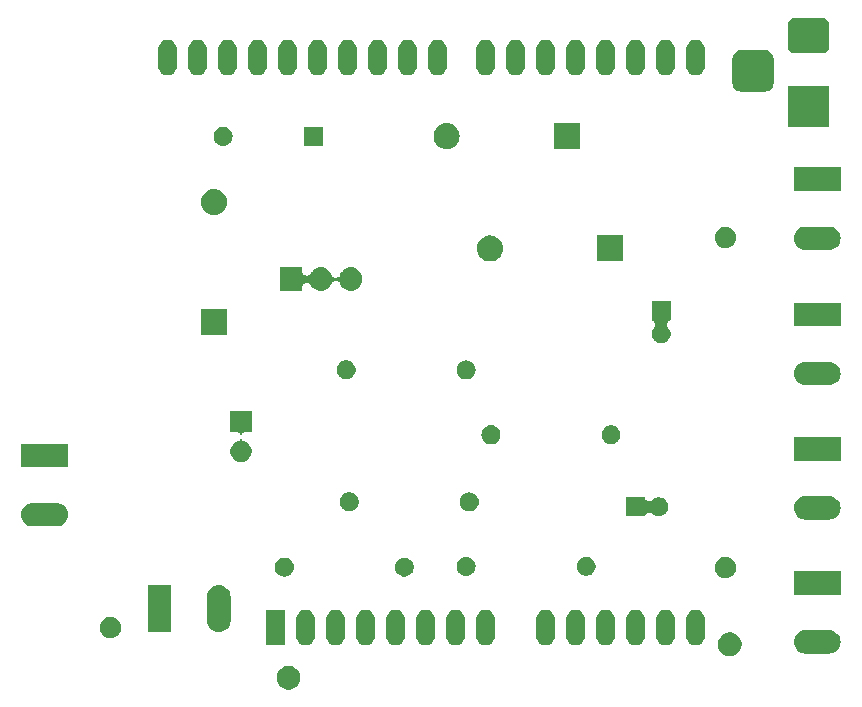
<source format=gbr>
G04 #@! TF.GenerationSoftware,KiCad,Pcbnew,5.0.2-bee76a0~70~ubuntu16.04.1*
G04 #@! TF.CreationDate,2019-09-09T00:06:54-05:00*
G04 #@! TF.ProjectId,sensor_machine,73656e73-6f72-45f6-9d61-6368696e652e,V1*
G04 #@! TF.SameCoordinates,Original*
G04 #@! TF.FileFunction,Soldermask,Top*
G04 #@! TF.FilePolarity,Negative*
%FSLAX46Y46*%
G04 Gerber Fmt 4.6, Leading zero omitted, Abs format (unit mm)*
G04 Created by KiCad (PCBNEW 5.0.2-bee76a0~70~ubuntu16.04.1) date lun 09 sep 2019 00:06:54 -05*
%MOMM*%
%LPD*%
G01*
G04 APERTURE LIST*
%ADD10C,0.100000*%
G04 APERTURE END LIST*
D10*
G36*
X140512237Y-122787718D02*
X140694137Y-122863064D01*
X140857837Y-122972445D01*
X140997055Y-123111663D01*
X141106436Y-123275363D01*
X141181782Y-123457263D01*
X141220190Y-123650356D01*
X141220190Y-123847244D01*
X141181782Y-124040337D01*
X141106436Y-124222237D01*
X140997055Y-124385937D01*
X140857837Y-124525155D01*
X140694137Y-124634536D01*
X140512237Y-124709882D01*
X140319144Y-124748290D01*
X140122256Y-124748290D01*
X139929163Y-124709882D01*
X139747263Y-124634536D01*
X139583563Y-124525155D01*
X139444345Y-124385937D01*
X139334964Y-124222237D01*
X139259618Y-124040337D01*
X139221210Y-123847244D01*
X139221210Y-123650356D01*
X139259618Y-123457263D01*
X139334964Y-123275363D01*
X139444345Y-123111663D01*
X139583563Y-122972445D01*
X139747263Y-122863064D01*
X139929163Y-122787718D01*
X140122256Y-122749310D01*
X140319144Y-122749310D01*
X140512237Y-122787718D01*
X140512237Y-122787718D01*
G37*
G36*
X177875637Y-119942918D02*
X178057537Y-120018264D01*
X178221237Y-120127645D01*
X178360455Y-120266863D01*
X178469836Y-120430563D01*
X178545182Y-120612463D01*
X178583590Y-120805556D01*
X178583590Y-121002444D01*
X178545182Y-121195537D01*
X178469836Y-121377437D01*
X178360455Y-121541137D01*
X178221237Y-121680355D01*
X178057537Y-121789736D01*
X177875637Y-121865082D01*
X177682544Y-121903490D01*
X177485656Y-121903490D01*
X177292563Y-121865082D01*
X177110663Y-121789736D01*
X176946963Y-121680355D01*
X176807745Y-121541137D01*
X176698364Y-121377437D01*
X176623018Y-121195537D01*
X176584610Y-121002444D01*
X176584610Y-120805556D01*
X176623018Y-120612463D01*
X176698364Y-120430563D01*
X176807745Y-120266863D01*
X176946963Y-120127645D01*
X177110663Y-120018264D01*
X177292563Y-119942918D01*
X177485656Y-119904510D01*
X177682544Y-119904510D01*
X177875637Y-119942918D01*
X177875637Y-119942918D01*
G37*
G36*
X186172274Y-119734025D02*
X186358890Y-119790634D01*
X186530876Y-119882562D01*
X186681623Y-120006277D01*
X186805338Y-120157024D01*
X186897266Y-120329010D01*
X186897267Y-120329013D01*
X186903975Y-120351126D01*
X186953875Y-120515626D01*
X186972990Y-120709700D01*
X186953875Y-120903774D01*
X186897266Y-121090390D01*
X186805338Y-121262376D01*
X186681623Y-121413123D01*
X186530876Y-121536838D01*
X186358890Y-121628766D01*
X186172274Y-121685375D01*
X186026833Y-121699700D01*
X183949567Y-121699700D01*
X183804126Y-121685375D01*
X183617510Y-121628766D01*
X183445524Y-121536838D01*
X183294777Y-121413123D01*
X183171062Y-121262376D01*
X183079134Y-121090390D01*
X183022525Y-120903774D01*
X183003410Y-120709700D01*
X183022525Y-120515626D01*
X183072425Y-120351126D01*
X183079133Y-120329013D01*
X183079134Y-120329010D01*
X183171062Y-120157024D01*
X183294777Y-120006277D01*
X183445524Y-119882562D01*
X183617510Y-119790634D01*
X183804126Y-119734025D01*
X183949567Y-119719700D01*
X186026833Y-119719700D01*
X186172274Y-119734025D01*
X186172274Y-119734025D01*
G37*
G36*
X151972626Y-118005875D02*
X152123428Y-118051621D01*
X152262406Y-118125906D01*
X152384222Y-118225878D01*
X152484194Y-118347694D01*
X152558479Y-118486672D01*
X152604225Y-118637474D01*
X152615800Y-118755002D01*
X152615800Y-120233598D01*
X152604225Y-120351126D01*
X152558479Y-120501928D01*
X152484194Y-120640906D01*
X152384221Y-120762724D01*
X152262408Y-120862692D01*
X152123427Y-120936979D01*
X151972625Y-120982725D01*
X151815799Y-120998171D01*
X151658974Y-120982725D01*
X151508172Y-120936979D01*
X151369194Y-120862694D01*
X151247376Y-120762721D01*
X151147408Y-120640908D01*
X151073121Y-120501927D01*
X151027375Y-120351125D01*
X151015800Y-120233597D01*
X151015800Y-118755002D01*
X151027375Y-118637474D01*
X151073121Y-118486671D01*
X151147405Y-118347696D01*
X151247379Y-118225878D01*
X151369195Y-118125906D01*
X151508173Y-118051621D01*
X151658975Y-118005875D01*
X151815801Y-117990429D01*
X151972626Y-118005875D01*
X151972626Y-118005875D01*
G37*
G36*
X154512626Y-118005875D02*
X154663428Y-118051621D01*
X154802406Y-118125906D01*
X154924222Y-118225878D01*
X155024194Y-118347694D01*
X155098479Y-118486672D01*
X155144225Y-118637474D01*
X155155800Y-118755002D01*
X155155800Y-120233598D01*
X155144225Y-120351126D01*
X155098479Y-120501928D01*
X155024194Y-120640906D01*
X154924221Y-120762724D01*
X154802408Y-120862692D01*
X154663427Y-120936979D01*
X154512625Y-120982725D01*
X154355799Y-120998171D01*
X154198974Y-120982725D01*
X154048172Y-120936979D01*
X153909194Y-120862694D01*
X153787376Y-120762721D01*
X153687408Y-120640908D01*
X153613121Y-120501927D01*
X153567375Y-120351125D01*
X153555800Y-120233597D01*
X153555800Y-118755002D01*
X153567375Y-118637474D01*
X153613121Y-118486671D01*
X153687405Y-118347696D01*
X153787379Y-118225878D01*
X153909195Y-118125906D01*
X154048173Y-118051621D01*
X154198975Y-118005875D01*
X154355801Y-117990429D01*
X154512626Y-118005875D01*
X154512626Y-118005875D01*
G37*
G36*
X157052626Y-118005875D02*
X157203428Y-118051621D01*
X157342406Y-118125906D01*
X157464222Y-118225878D01*
X157564194Y-118347694D01*
X157638479Y-118486672D01*
X157684225Y-118637474D01*
X157695800Y-118755002D01*
X157695800Y-120233598D01*
X157684225Y-120351126D01*
X157638479Y-120501928D01*
X157564194Y-120640906D01*
X157464221Y-120762724D01*
X157342408Y-120862692D01*
X157203427Y-120936979D01*
X157052625Y-120982725D01*
X156895799Y-120998171D01*
X156738974Y-120982725D01*
X156588172Y-120936979D01*
X156449194Y-120862694D01*
X156327376Y-120762721D01*
X156227408Y-120640908D01*
X156153121Y-120501927D01*
X156107375Y-120351125D01*
X156095800Y-120233597D01*
X156095800Y-118755002D01*
X156107375Y-118637474D01*
X156153121Y-118486671D01*
X156227405Y-118347696D01*
X156327379Y-118225878D01*
X156449195Y-118125906D01*
X156588173Y-118051621D01*
X156738975Y-118005875D01*
X156895801Y-117990429D01*
X157052626Y-118005875D01*
X157052626Y-118005875D01*
G37*
G36*
X164672626Y-118005875D02*
X164823428Y-118051621D01*
X164962406Y-118125906D01*
X165084222Y-118225878D01*
X165184194Y-118347694D01*
X165258479Y-118486672D01*
X165304225Y-118637474D01*
X165315800Y-118755002D01*
X165315800Y-120233598D01*
X165304225Y-120351126D01*
X165258479Y-120501928D01*
X165184194Y-120640906D01*
X165084221Y-120762724D01*
X164962408Y-120862692D01*
X164823427Y-120936979D01*
X164672625Y-120982725D01*
X164515799Y-120998171D01*
X164358974Y-120982725D01*
X164208172Y-120936979D01*
X164069194Y-120862694D01*
X163947376Y-120762721D01*
X163847408Y-120640908D01*
X163773121Y-120501927D01*
X163727375Y-120351125D01*
X163715800Y-120233597D01*
X163715800Y-118755002D01*
X163727375Y-118637474D01*
X163773121Y-118486671D01*
X163847405Y-118347696D01*
X163947379Y-118225878D01*
X164069195Y-118125906D01*
X164208173Y-118051621D01*
X164358975Y-118005875D01*
X164515801Y-117990429D01*
X164672626Y-118005875D01*
X164672626Y-118005875D01*
G37*
G36*
X149432626Y-118005875D02*
X149583428Y-118051621D01*
X149722406Y-118125906D01*
X149844222Y-118225878D01*
X149944194Y-118347694D01*
X150018479Y-118486672D01*
X150064225Y-118637474D01*
X150075800Y-118755002D01*
X150075800Y-120233598D01*
X150064225Y-120351126D01*
X150018479Y-120501928D01*
X149944194Y-120640906D01*
X149844221Y-120762724D01*
X149722408Y-120862692D01*
X149583427Y-120936979D01*
X149432625Y-120982725D01*
X149275799Y-120998171D01*
X149118974Y-120982725D01*
X148968172Y-120936979D01*
X148829194Y-120862694D01*
X148707376Y-120762721D01*
X148607408Y-120640908D01*
X148533121Y-120501927D01*
X148487375Y-120351125D01*
X148475800Y-120233597D01*
X148475800Y-118755002D01*
X148487375Y-118637474D01*
X148533121Y-118486671D01*
X148607405Y-118347696D01*
X148707379Y-118225878D01*
X148829195Y-118125906D01*
X148968173Y-118051621D01*
X149118975Y-118005875D01*
X149275801Y-117990429D01*
X149432626Y-118005875D01*
X149432626Y-118005875D01*
G37*
G36*
X144352626Y-118005875D02*
X144503428Y-118051621D01*
X144642406Y-118125906D01*
X144764222Y-118225878D01*
X144864194Y-118347694D01*
X144938479Y-118486672D01*
X144984225Y-118637474D01*
X144995800Y-118755002D01*
X144995800Y-120233598D01*
X144984225Y-120351126D01*
X144938479Y-120501928D01*
X144864194Y-120640906D01*
X144764221Y-120762724D01*
X144642408Y-120862692D01*
X144503427Y-120936979D01*
X144352625Y-120982725D01*
X144195799Y-120998171D01*
X144038974Y-120982725D01*
X143888172Y-120936979D01*
X143749194Y-120862694D01*
X143627376Y-120762721D01*
X143527408Y-120640908D01*
X143453121Y-120501927D01*
X143407375Y-120351125D01*
X143395800Y-120233597D01*
X143395800Y-118755002D01*
X143407375Y-118637474D01*
X143453121Y-118486671D01*
X143527405Y-118347696D01*
X143627379Y-118225878D01*
X143749195Y-118125906D01*
X143888173Y-118051621D01*
X144038975Y-118005875D01*
X144195801Y-117990429D01*
X144352626Y-118005875D01*
X144352626Y-118005875D01*
G37*
G36*
X162132626Y-118005875D02*
X162283428Y-118051621D01*
X162422406Y-118125906D01*
X162544222Y-118225878D01*
X162644194Y-118347694D01*
X162718479Y-118486672D01*
X162764225Y-118637474D01*
X162775800Y-118755002D01*
X162775800Y-120233598D01*
X162764225Y-120351126D01*
X162718479Y-120501928D01*
X162644194Y-120640906D01*
X162544221Y-120762724D01*
X162422408Y-120862692D01*
X162283427Y-120936979D01*
X162132625Y-120982725D01*
X161975799Y-120998171D01*
X161818974Y-120982725D01*
X161668172Y-120936979D01*
X161529194Y-120862694D01*
X161407376Y-120762721D01*
X161307408Y-120640908D01*
X161233121Y-120501927D01*
X161187375Y-120351125D01*
X161175800Y-120233597D01*
X161175800Y-118755002D01*
X161187375Y-118637474D01*
X161233121Y-118486671D01*
X161307405Y-118347696D01*
X161407379Y-118225878D01*
X161529195Y-118125906D01*
X161668173Y-118051621D01*
X161818975Y-118005875D01*
X161975801Y-117990429D01*
X162132626Y-118005875D01*
X162132626Y-118005875D01*
G37*
G36*
X167212626Y-118005875D02*
X167363428Y-118051621D01*
X167502406Y-118125906D01*
X167624222Y-118225878D01*
X167724194Y-118347694D01*
X167798479Y-118486672D01*
X167844225Y-118637474D01*
X167855800Y-118755002D01*
X167855800Y-120233598D01*
X167844225Y-120351126D01*
X167798479Y-120501928D01*
X167724194Y-120640906D01*
X167624221Y-120762724D01*
X167502408Y-120862692D01*
X167363427Y-120936979D01*
X167212625Y-120982725D01*
X167055799Y-120998171D01*
X166898974Y-120982725D01*
X166748172Y-120936979D01*
X166609194Y-120862694D01*
X166487376Y-120762721D01*
X166387408Y-120640908D01*
X166313121Y-120501927D01*
X166267375Y-120351125D01*
X166255800Y-120233597D01*
X166255800Y-118755002D01*
X166267375Y-118637474D01*
X166313121Y-118486671D01*
X166387405Y-118347696D01*
X166487379Y-118225878D01*
X166609195Y-118125906D01*
X166748173Y-118051621D01*
X166898975Y-118005875D01*
X167055801Y-117990429D01*
X167212626Y-118005875D01*
X167212626Y-118005875D01*
G37*
G36*
X169752626Y-118005875D02*
X169903428Y-118051621D01*
X170042406Y-118125906D01*
X170164222Y-118225878D01*
X170264194Y-118347694D01*
X170338479Y-118486672D01*
X170384225Y-118637474D01*
X170395800Y-118755002D01*
X170395800Y-120233598D01*
X170384225Y-120351126D01*
X170338479Y-120501928D01*
X170264194Y-120640906D01*
X170164221Y-120762724D01*
X170042408Y-120862692D01*
X169903427Y-120936979D01*
X169752625Y-120982725D01*
X169595799Y-120998171D01*
X169438974Y-120982725D01*
X169288172Y-120936979D01*
X169149194Y-120862694D01*
X169027376Y-120762721D01*
X168927408Y-120640908D01*
X168853121Y-120501927D01*
X168807375Y-120351125D01*
X168795800Y-120233597D01*
X168795800Y-118755002D01*
X168807375Y-118637474D01*
X168853121Y-118486671D01*
X168927405Y-118347696D01*
X169027379Y-118225878D01*
X169149195Y-118125906D01*
X169288173Y-118051621D01*
X169438975Y-118005875D01*
X169595801Y-117990429D01*
X169752626Y-118005875D01*
X169752626Y-118005875D01*
G37*
G36*
X172292626Y-118005875D02*
X172443428Y-118051621D01*
X172582406Y-118125906D01*
X172704222Y-118225878D01*
X172804194Y-118347694D01*
X172878479Y-118486672D01*
X172924225Y-118637474D01*
X172935800Y-118755002D01*
X172935800Y-120233598D01*
X172924225Y-120351126D01*
X172878479Y-120501928D01*
X172804194Y-120640906D01*
X172704221Y-120762724D01*
X172582408Y-120862692D01*
X172443427Y-120936979D01*
X172292625Y-120982725D01*
X172135799Y-120998171D01*
X171978974Y-120982725D01*
X171828172Y-120936979D01*
X171689194Y-120862694D01*
X171567376Y-120762721D01*
X171467408Y-120640908D01*
X171393121Y-120501927D01*
X171347375Y-120351125D01*
X171335800Y-120233597D01*
X171335800Y-118755002D01*
X171347375Y-118637474D01*
X171393121Y-118486671D01*
X171467405Y-118347696D01*
X171567379Y-118225878D01*
X171689195Y-118125906D01*
X171828173Y-118051621D01*
X171978975Y-118005875D01*
X172135801Y-117990429D01*
X172292626Y-118005875D01*
X172292626Y-118005875D01*
G37*
G36*
X174832626Y-118005875D02*
X174983428Y-118051621D01*
X175122406Y-118125906D01*
X175244222Y-118225878D01*
X175344194Y-118347694D01*
X175418479Y-118486672D01*
X175464225Y-118637474D01*
X175475800Y-118755002D01*
X175475800Y-120233598D01*
X175464225Y-120351126D01*
X175418479Y-120501928D01*
X175344194Y-120640906D01*
X175244221Y-120762724D01*
X175122408Y-120862692D01*
X174983427Y-120936979D01*
X174832625Y-120982725D01*
X174675799Y-120998171D01*
X174518974Y-120982725D01*
X174368172Y-120936979D01*
X174229194Y-120862694D01*
X174107376Y-120762721D01*
X174007408Y-120640908D01*
X173933121Y-120501927D01*
X173887375Y-120351125D01*
X173875800Y-120233597D01*
X173875800Y-118755002D01*
X173887375Y-118637474D01*
X173933121Y-118486671D01*
X174007405Y-118347696D01*
X174107379Y-118225878D01*
X174229195Y-118125906D01*
X174368173Y-118051621D01*
X174518975Y-118005875D01*
X174675801Y-117990429D01*
X174832626Y-118005875D01*
X174832626Y-118005875D01*
G37*
G36*
X141812626Y-118005875D02*
X141963428Y-118051621D01*
X142102406Y-118125906D01*
X142224222Y-118225878D01*
X142324194Y-118347694D01*
X142398479Y-118486672D01*
X142444225Y-118637474D01*
X142455800Y-118755002D01*
X142455800Y-120233598D01*
X142444225Y-120351126D01*
X142398479Y-120501928D01*
X142324194Y-120640906D01*
X142224221Y-120762724D01*
X142102408Y-120862692D01*
X141963427Y-120936979D01*
X141812625Y-120982725D01*
X141655799Y-120998171D01*
X141498974Y-120982725D01*
X141348172Y-120936979D01*
X141209194Y-120862694D01*
X141087376Y-120762721D01*
X140987408Y-120640908D01*
X140913121Y-120501927D01*
X140867375Y-120351125D01*
X140855800Y-120233597D01*
X140855800Y-118755002D01*
X140867375Y-118637474D01*
X140913121Y-118486671D01*
X140987405Y-118347696D01*
X141087379Y-118225878D01*
X141209195Y-118125906D01*
X141348173Y-118051621D01*
X141498975Y-118005875D01*
X141655801Y-117990429D01*
X141812626Y-118005875D01*
X141812626Y-118005875D01*
G37*
G36*
X146892626Y-118005875D02*
X147043428Y-118051621D01*
X147182406Y-118125906D01*
X147304222Y-118225878D01*
X147404194Y-118347694D01*
X147478479Y-118486672D01*
X147524225Y-118637474D01*
X147535800Y-118755002D01*
X147535800Y-120233598D01*
X147524225Y-120351126D01*
X147478479Y-120501928D01*
X147404194Y-120640906D01*
X147304221Y-120762724D01*
X147182408Y-120862692D01*
X147043427Y-120936979D01*
X146892625Y-120982725D01*
X146735799Y-120998171D01*
X146578974Y-120982725D01*
X146428172Y-120936979D01*
X146289194Y-120862694D01*
X146167376Y-120762721D01*
X146067408Y-120640908D01*
X145993121Y-120501927D01*
X145947375Y-120351125D01*
X145935800Y-120233597D01*
X145935800Y-118755002D01*
X145947375Y-118637474D01*
X145993121Y-118486671D01*
X146067405Y-118347696D01*
X146167379Y-118225878D01*
X146289195Y-118125906D01*
X146428173Y-118051621D01*
X146578975Y-118005875D01*
X146735801Y-117990429D01*
X146892626Y-118005875D01*
X146892626Y-118005875D01*
G37*
G36*
X139915800Y-120994300D02*
X138315800Y-120994300D01*
X138315800Y-117994300D01*
X139915800Y-117994300D01*
X139915800Y-120994300D01*
X139915800Y-120994300D01*
G37*
G36*
X125405400Y-118638502D02*
X125405402Y-118638503D01*
X125405403Y-118638503D01*
X125567373Y-118705593D01*
X125567374Y-118705594D01*
X125567377Y-118705595D01*
X125713139Y-118802989D01*
X125837111Y-118926961D01*
X125934505Y-119072723D01*
X126001598Y-119234700D01*
X126007583Y-119264790D01*
X126035800Y-119406643D01*
X126035800Y-119581957D01*
X126001597Y-119753903D01*
X125939214Y-119904510D01*
X125934505Y-119915877D01*
X125837111Y-120061639D01*
X125713139Y-120185611D01*
X125567377Y-120283005D01*
X125567374Y-120283006D01*
X125567373Y-120283007D01*
X125405403Y-120350097D01*
X125405402Y-120350097D01*
X125405400Y-120350098D01*
X125233458Y-120384300D01*
X125058142Y-120384300D01*
X124886200Y-120350098D01*
X124886198Y-120350097D01*
X124886197Y-120350097D01*
X124724227Y-120283007D01*
X124724226Y-120283006D01*
X124724223Y-120283005D01*
X124578461Y-120185611D01*
X124454489Y-120061639D01*
X124357095Y-119915877D01*
X124352387Y-119904510D01*
X124290003Y-119753903D01*
X124255800Y-119581957D01*
X124255800Y-119406643D01*
X124284017Y-119264790D01*
X124290002Y-119234700D01*
X124357095Y-119072723D01*
X124454489Y-118926961D01*
X124578461Y-118802989D01*
X124724223Y-118705595D01*
X124724226Y-118705594D01*
X124724227Y-118705593D01*
X124886197Y-118638503D01*
X124886198Y-118638503D01*
X124886200Y-118638502D01*
X125058142Y-118604300D01*
X125233458Y-118604300D01*
X125405400Y-118638502D01*
X125405400Y-118638502D01*
G37*
G36*
X134518173Y-115928425D02*
X134704789Y-115985034D01*
X134876776Y-116076962D01*
X135027523Y-116200677D01*
X135151238Y-116351424D01*
X135243166Y-116523410D01*
X135299775Y-116710026D01*
X135314100Y-116855467D01*
X135314100Y-118932733D01*
X135299775Y-119078174D01*
X135243166Y-119264790D01*
X135151238Y-119436776D01*
X135027523Y-119587523D01*
X134876776Y-119711238D01*
X134704790Y-119803166D01*
X134518174Y-119859775D01*
X134324100Y-119878890D01*
X134130027Y-119859775D01*
X133943411Y-119803166D01*
X133771425Y-119711238D01*
X133620678Y-119587523D01*
X133496963Y-119436776D01*
X133405035Y-119264790D01*
X133348426Y-119078174D01*
X133334101Y-118932733D01*
X133334100Y-116855468D01*
X133348425Y-116710027D01*
X133405034Y-116523411D01*
X133496962Y-116351424D01*
X133620677Y-116200677D01*
X133771424Y-116076962D01*
X133943410Y-115985034D01*
X134130026Y-115928425D01*
X134324100Y-115909310D01*
X134518173Y-115928425D01*
X134518173Y-115928425D01*
G37*
G36*
X130314100Y-119874100D02*
X128334100Y-119874100D01*
X128334100Y-115914100D01*
X130314100Y-115914100D01*
X130314100Y-119874100D01*
X130314100Y-119874100D01*
G37*
G36*
X186968200Y-116699700D02*
X183008200Y-116699700D01*
X183008200Y-114719700D01*
X186968200Y-114719700D01*
X186968200Y-116699700D01*
X186968200Y-116699700D01*
G37*
G36*
X177475400Y-113558502D02*
X177475402Y-113558503D01*
X177475403Y-113558503D01*
X177637373Y-113625593D01*
X177637374Y-113625594D01*
X177637377Y-113625595D01*
X177783139Y-113722989D01*
X177907111Y-113846961D01*
X178004505Y-113992723D01*
X178004506Y-113992726D01*
X178004507Y-113992727D01*
X178009620Y-114005072D01*
X178071598Y-114154700D01*
X178105800Y-114326642D01*
X178105800Y-114501957D01*
X178071597Y-114673903D01*
X178009920Y-114822806D01*
X178004505Y-114835877D01*
X177907111Y-114981639D01*
X177783139Y-115105611D01*
X177637377Y-115203005D01*
X177637374Y-115203006D01*
X177637373Y-115203007D01*
X177475403Y-115270097D01*
X177475402Y-115270097D01*
X177475400Y-115270098D01*
X177303458Y-115304300D01*
X177128142Y-115304300D01*
X176956200Y-115270098D01*
X176956198Y-115270097D01*
X176956197Y-115270097D01*
X176794227Y-115203007D01*
X176794226Y-115203006D01*
X176794223Y-115203005D01*
X176648461Y-115105611D01*
X176524489Y-114981639D01*
X176427095Y-114835877D01*
X176421681Y-114822806D01*
X176360003Y-114673903D01*
X176325800Y-114501957D01*
X176325800Y-114326642D01*
X176360002Y-114154700D01*
X176421980Y-114005072D01*
X176427093Y-113992727D01*
X176427094Y-113992726D01*
X176427095Y-113992723D01*
X176524489Y-113846961D01*
X176648461Y-113722989D01*
X176794223Y-113625595D01*
X176794226Y-113625594D01*
X176794227Y-113625593D01*
X176956197Y-113558503D01*
X176956198Y-113558503D01*
X176956200Y-113558502D01*
X177128142Y-113524300D01*
X177303458Y-113524300D01*
X177475400Y-113558502D01*
X177475400Y-113558502D01*
G37*
G36*
X140021926Y-113587775D02*
X140172728Y-113633521D01*
X140311706Y-113707806D01*
X140433522Y-113807778D01*
X140533494Y-113929594D01*
X140607779Y-114068572D01*
X140653525Y-114219374D01*
X140668971Y-114376200D01*
X140653525Y-114533026D01*
X140607779Y-114683828D01*
X140533494Y-114822806D01*
X140433522Y-114944622D01*
X140311706Y-115044594D01*
X140172728Y-115118879D01*
X140021926Y-115164625D01*
X139904398Y-115176200D01*
X139825802Y-115176200D01*
X139708274Y-115164625D01*
X139557472Y-115118879D01*
X139418494Y-115044594D01*
X139296678Y-114944622D01*
X139196706Y-114822806D01*
X139122421Y-114683828D01*
X139076675Y-114533026D01*
X139061229Y-114376200D01*
X139076675Y-114219374D01*
X139122421Y-114068572D01*
X139196706Y-113929594D01*
X139296678Y-113807778D01*
X139418494Y-113707806D01*
X139557472Y-113633521D01*
X139708274Y-113587775D01*
X139825802Y-113576200D01*
X139904398Y-113576200D01*
X140021926Y-113587775D01*
X140021926Y-113587775D01*
G37*
G36*
X150258451Y-113606943D02*
X150404042Y-113667249D01*
X150535070Y-113754799D01*
X150646501Y-113866230D01*
X150734051Y-113997258D01*
X150794357Y-114142849D01*
X150825100Y-114297407D01*
X150825100Y-114454993D01*
X150794357Y-114609551D01*
X150734051Y-114755142D01*
X150646501Y-114886170D01*
X150535070Y-114997601D01*
X150404042Y-115085151D01*
X150258451Y-115145457D01*
X150103893Y-115176200D01*
X149946307Y-115176200D01*
X149791749Y-115145457D01*
X149646158Y-115085151D01*
X149515130Y-114997601D01*
X149403699Y-114886170D01*
X149316149Y-114755142D01*
X149255843Y-114609551D01*
X149225100Y-114454993D01*
X149225100Y-114297407D01*
X149255843Y-114142849D01*
X149316149Y-113997258D01*
X149403699Y-113866230D01*
X149515130Y-113754799D01*
X149646158Y-113667249D01*
X149791749Y-113606943D01*
X149946307Y-113576200D01*
X150103893Y-113576200D01*
X150258451Y-113606943D01*
X150258451Y-113606943D01*
G37*
G36*
X165650851Y-113543443D02*
X165796442Y-113603749D01*
X165927470Y-113691299D01*
X166038901Y-113802730D01*
X166126451Y-113933758D01*
X166186757Y-114079349D01*
X166217500Y-114233907D01*
X166217500Y-114391493D01*
X166186757Y-114546051D01*
X166126451Y-114691642D01*
X166038901Y-114822670D01*
X165927470Y-114934101D01*
X165796442Y-115021651D01*
X165650851Y-115081957D01*
X165496293Y-115112700D01*
X165338707Y-115112700D01*
X165184149Y-115081957D01*
X165038558Y-115021651D01*
X164907530Y-114934101D01*
X164796099Y-114822670D01*
X164708549Y-114691642D01*
X164648243Y-114546051D01*
X164617500Y-114391493D01*
X164617500Y-114233907D01*
X164648243Y-114079349D01*
X164708549Y-113933758D01*
X164796099Y-113802730D01*
X164907530Y-113691299D01*
X165038558Y-113603749D01*
X165184149Y-113543443D01*
X165338707Y-113512700D01*
X165496293Y-113512700D01*
X165650851Y-113543443D01*
X165650851Y-113543443D01*
G37*
G36*
X155414326Y-113524275D02*
X155565128Y-113570021D01*
X155704106Y-113644306D01*
X155825922Y-113744278D01*
X155925894Y-113866094D01*
X156000179Y-114005072D01*
X156045925Y-114155874D01*
X156061371Y-114312700D01*
X156045925Y-114469526D01*
X156000179Y-114620328D01*
X155925894Y-114759306D01*
X155825922Y-114881122D01*
X155704106Y-114981094D01*
X155565128Y-115055379D01*
X155414326Y-115101125D01*
X155296798Y-115112700D01*
X155218202Y-115112700D01*
X155100674Y-115101125D01*
X154949872Y-115055379D01*
X154810894Y-114981094D01*
X154689078Y-114881122D01*
X154589106Y-114759306D01*
X154514821Y-114620328D01*
X154469075Y-114469526D01*
X154453629Y-114312700D01*
X154469075Y-114155874D01*
X154514821Y-114005072D01*
X154589106Y-113866094D01*
X154689078Y-113744278D01*
X154810894Y-113644306D01*
X154949872Y-113570021D01*
X155100674Y-113524275D01*
X155218202Y-113512700D01*
X155296798Y-113512700D01*
X155414326Y-113524275D01*
X155414326Y-113524275D01*
G37*
G36*
X120754574Y-108964425D02*
X120754577Y-108964426D01*
X120899957Y-109008526D01*
X120941190Y-109021034D01*
X121113176Y-109112962D01*
X121263923Y-109236677D01*
X121387638Y-109387424D01*
X121479566Y-109559410D01*
X121479567Y-109559413D01*
X121480556Y-109562674D01*
X121536175Y-109746026D01*
X121555290Y-109940100D01*
X121536175Y-110134174D01*
X121479566Y-110320790D01*
X121387638Y-110492776D01*
X121263923Y-110643523D01*
X121113176Y-110767238D01*
X120941190Y-110859166D01*
X120754574Y-110915775D01*
X120609133Y-110930100D01*
X118531867Y-110930100D01*
X118386426Y-110915775D01*
X118199810Y-110859166D01*
X118027824Y-110767238D01*
X117877077Y-110643523D01*
X117753362Y-110492776D01*
X117661434Y-110320790D01*
X117604825Y-110134174D01*
X117585710Y-109940100D01*
X117604825Y-109746026D01*
X117660444Y-109562674D01*
X117661433Y-109559413D01*
X117661434Y-109559410D01*
X117753362Y-109387424D01*
X117877077Y-109236677D01*
X118027824Y-109112962D01*
X118199810Y-109021034D01*
X118241044Y-109008526D01*
X118386423Y-108964426D01*
X118386426Y-108964425D01*
X118531867Y-108950100D01*
X120609133Y-108950100D01*
X120754574Y-108964425D01*
X120754574Y-108964425D01*
G37*
G36*
X186172274Y-108392925D02*
X186358890Y-108449534D01*
X186530876Y-108541462D01*
X186681623Y-108665177D01*
X186805338Y-108815924D01*
X186897266Y-108987910D01*
X186953875Y-109174526D01*
X186972990Y-109368600D01*
X186953875Y-109562674D01*
X186897266Y-109749290D01*
X186805338Y-109921276D01*
X186681623Y-110072023D01*
X186530876Y-110195738D01*
X186358890Y-110287666D01*
X186172274Y-110344275D01*
X186026833Y-110358600D01*
X183949567Y-110358600D01*
X183804126Y-110344275D01*
X183617510Y-110287666D01*
X183445524Y-110195738D01*
X183294777Y-110072023D01*
X183171062Y-109921276D01*
X183079134Y-109749290D01*
X183022525Y-109562674D01*
X183003410Y-109368600D01*
X183022525Y-109174526D01*
X183079134Y-108987910D01*
X183171062Y-108815924D01*
X183294777Y-108665177D01*
X183445524Y-108541462D01*
X183617510Y-108449534D01*
X183804126Y-108392925D01*
X183949567Y-108378600D01*
X186026833Y-108378600D01*
X186172274Y-108392925D01*
X186172274Y-108392925D01*
G37*
G36*
X170400848Y-108526817D02*
X170437812Y-108595972D01*
X170487557Y-108656587D01*
X170548172Y-108706332D01*
X170617327Y-108743296D01*
X170692364Y-108766058D01*
X170770400Y-108773744D01*
X170848436Y-108766058D01*
X170923473Y-108743296D01*
X170992628Y-108706332D01*
X171053237Y-108656592D01*
X171060430Y-108649399D01*
X171191458Y-108561849D01*
X171337049Y-108501543D01*
X171491607Y-108470800D01*
X171649193Y-108470800D01*
X171803751Y-108501543D01*
X171949342Y-108561849D01*
X172080370Y-108649399D01*
X172191801Y-108760830D01*
X172279351Y-108891858D01*
X172339657Y-109037449D01*
X172370400Y-109192007D01*
X172370400Y-109349593D01*
X172339657Y-109504151D01*
X172279351Y-109649742D01*
X172191801Y-109780770D01*
X172080370Y-109892201D01*
X171949342Y-109979751D01*
X171803751Y-110040057D01*
X171649193Y-110070800D01*
X171491607Y-110070800D01*
X171337049Y-110040057D01*
X171191458Y-109979751D01*
X171060430Y-109892201D01*
X171053237Y-109885008D01*
X170992628Y-109835268D01*
X170923473Y-109798304D01*
X170848436Y-109775542D01*
X170770400Y-109767856D01*
X170692364Y-109775542D01*
X170617327Y-109798304D01*
X170548172Y-109835268D01*
X170487557Y-109885013D01*
X170437812Y-109945628D01*
X170400848Y-110014783D01*
X170383856Y-110070800D01*
X168770400Y-110070800D01*
X168770400Y-108470800D01*
X170383856Y-108470800D01*
X170400848Y-108526817D01*
X170400848Y-108526817D01*
G37*
G36*
X145597551Y-108082443D02*
X145743142Y-108142749D01*
X145874170Y-108230299D01*
X145985601Y-108341730D01*
X146073151Y-108472758D01*
X146133457Y-108618349D01*
X146164200Y-108772907D01*
X146164200Y-108930493D01*
X146133457Y-109085051D01*
X146073151Y-109230642D01*
X145985601Y-109361670D01*
X145874170Y-109473101D01*
X145743142Y-109560651D01*
X145597551Y-109620957D01*
X145442993Y-109651700D01*
X145285407Y-109651700D01*
X145130849Y-109620957D01*
X144985258Y-109560651D01*
X144854230Y-109473101D01*
X144742799Y-109361670D01*
X144655249Y-109230642D01*
X144594943Y-109085051D01*
X144564200Y-108930493D01*
X144564200Y-108772907D01*
X144594943Y-108618349D01*
X144655249Y-108472758D01*
X144742799Y-108341730D01*
X144854230Y-108230299D01*
X144985258Y-108142749D01*
X145130849Y-108082443D01*
X145285407Y-108051700D01*
X145442993Y-108051700D01*
X145597551Y-108082443D01*
X145597551Y-108082443D01*
G37*
G36*
X155681026Y-108063275D02*
X155831828Y-108109021D01*
X155970806Y-108183306D01*
X156092622Y-108283278D01*
X156192594Y-108405094D01*
X156266879Y-108544072D01*
X156312625Y-108694874D01*
X156328071Y-108851700D01*
X156312625Y-109008526D01*
X156266879Y-109159328D01*
X156192594Y-109298306D01*
X156092622Y-109420122D01*
X155970806Y-109520094D01*
X155831828Y-109594379D01*
X155681026Y-109640125D01*
X155563498Y-109651700D01*
X155484902Y-109651700D01*
X155367374Y-109640125D01*
X155216572Y-109594379D01*
X155077594Y-109520094D01*
X154955778Y-109420122D01*
X154855806Y-109298306D01*
X154781521Y-109159328D01*
X154735775Y-109008526D01*
X154720329Y-108851700D01*
X154735775Y-108694874D01*
X154781521Y-108544072D01*
X154855806Y-108405094D01*
X154955778Y-108283278D01*
X155077594Y-108183306D01*
X155216572Y-108109021D01*
X155367374Y-108063275D01*
X155484902Y-108051700D01*
X155563498Y-108051700D01*
X155681026Y-108063275D01*
X155681026Y-108063275D01*
G37*
G36*
X121550500Y-105930100D02*
X117590500Y-105930100D01*
X117590500Y-103950100D01*
X121550500Y-103950100D01*
X121550500Y-105930100D01*
X121550500Y-105930100D01*
G37*
G36*
X137107500Y-102944500D02*
X136610939Y-102944500D01*
X136532903Y-102952186D01*
X136457866Y-102974948D01*
X136388711Y-103011912D01*
X136328096Y-103061657D01*
X136278351Y-103122272D01*
X136241387Y-103191427D01*
X136218625Y-103266464D01*
X136210939Y-103344500D01*
X136218625Y-103422536D01*
X136241387Y-103497573D01*
X136278351Y-103566728D01*
X136328096Y-103627343D01*
X136388711Y-103677088D01*
X136457866Y-103714052D01*
X136470018Y-103719086D01*
X136470020Y-103719086D01*
X136633810Y-103786930D01*
X136781217Y-103885424D01*
X136906576Y-104010783D01*
X137005070Y-104158190D01*
X137072914Y-104321980D01*
X137107500Y-104495858D01*
X137107500Y-104673142D01*
X137072914Y-104847020D01*
X137005070Y-105010810D01*
X136906576Y-105158217D01*
X136781217Y-105283576D01*
X136633810Y-105382070D01*
X136470020Y-105449914D01*
X136354101Y-105472971D01*
X136296143Y-105484500D01*
X136118857Y-105484500D01*
X136060899Y-105472971D01*
X135944980Y-105449914D01*
X135781190Y-105382070D01*
X135633783Y-105283576D01*
X135508424Y-105158217D01*
X135409930Y-105010810D01*
X135342086Y-104847020D01*
X135307500Y-104673142D01*
X135307500Y-104495858D01*
X135342086Y-104321980D01*
X135409930Y-104158190D01*
X135508424Y-104010783D01*
X135633783Y-103885424D01*
X135781190Y-103786930D01*
X135944980Y-103719086D01*
X135944982Y-103719086D01*
X135957134Y-103714052D01*
X136026289Y-103677088D01*
X136086904Y-103627343D01*
X136136649Y-103566728D01*
X136173613Y-103497573D01*
X136196375Y-103422536D01*
X136204061Y-103344500D01*
X136196375Y-103266464D01*
X136173613Y-103191427D01*
X136136649Y-103122272D01*
X136086904Y-103061657D01*
X136026289Y-103011912D01*
X135957134Y-102974948D01*
X135882097Y-102952186D01*
X135804061Y-102944500D01*
X135307500Y-102944500D01*
X135307500Y-101144500D01*
X137107500Y-101144500D01*
X137107500Y-102944500D01*
X137107500Y-102944500D01*
G37*
G36*
X186968200Y-105358600D02*
X183008200Y-105358600D01*
X183008200Y-103378600D01*
X186968200Y-103378600D01*
X186968200Y-105358600D01*
X186968200Y-105358600D01*
G37*
G36*
X157522526Y-102386375D02*
X157673328Y-102432121D01*
X157812306Y-102506406D01*
X157934122Y-102606378D01*
X158034094Y-102728194D01*
X158108379Y-102867172D01*
X158154125Y-103017974D01*
X158169571Y-103174800D01*
X158154125Y-103331626D01*
X158108379Y-103482428D01*
X158034094Y-103621406D01*
X157934122Y-103743222D01*
X157812306Y-103843194D01*
X157673328Y-103917479D01*
X157522526Y-103963225D01*
X157404998Y-103974800D01*
X157326402Y-103974800D01*
X157208874Y-103963225D01*
X157058072Y-103917479D01*
X156919094Y-103843194D01*
X156797278Y-103743222D01*
X156697306Y-103621406D01*
X156623021Y-103482428D01*
X156577275Y-103331626D01*
X156561829Y-103174800D01*
X156577275Y-103017974D01*
X156623021Y-102867172D01*
X156697306Y-102728194D01*
X156797278Y-102606378D01*
X156919094Y-102506406D01*
X157058072Y-102432121D01*
X157208874Y-102386375D01*
X157326402Y-102374800D01*
X157404998Y-102374800D01*
X157522526Y-102386375D01*
X157522526Y-102386375D01*
G37*
G36*
X167759051Y-102405543D02*
X167904642Y-102465849D01*
X168035670Y-102553399D01*
X168147101Y-102664830D01*
X168234651Y-102795858D01*
X168294957Y-102941449D01*
X168325700Y-103096007D01*
X168325700Y-103253593D01*
X168294957Y-103408151D01*
X168234651Y-103553742D01*
X168147101Y-103684770D01*
X168035670Y-103796201D01*
X167904642Y-103883751D01*
X167759051Y-103944057D01*
X167604493Y-103974800D01*
X167446907Y-103974800D01*
X167292349Y-103944057D01*
X167146758Y-103883751D01*
X167015730Y-103796201D01*
X166904299Y-103684770D01*
X166816749Y-103553742D01*
X166756443Y-103408151D01*
X166725700Y-103253593D01*
X166725700Y-103096007D01*
X166756443Y-102941449D01*
X166816749Y-102795858D01*
X166904299Y-102664830D01*
X167015730Y-102553399D01*
X167146758Y-102465849D01*
X167292349Y-102405543D01*
X167446907Y-102374800D01*
X167604493Y-102374800D01*
X167759051Y-102405543D01*
X167759051Y-102405543D01*
G37*
G36*
X186172274Y-97013725D02*
X186358890Y-97070334D01*
X186530876Y-97162262D01*
X186681623Y-97285977D01*
X186805338Y-97436724D01*
X186897266Y-97608710D01*
X186953875Y-97795326D01*
X186972990Y-97989400D01*
X186953875Y-98183474D01*
X186897266Y-98370090D01*
X186805338Y-98542076D01*
X186681623Y-98692823D01*
X186530876Y-98816538D01*
X186358890Y-98908466D01*
X186172274Y-98965075D01*
X186026833Y-98979400D01*
X183949567Y-98979400D01*
X183804126Y-98965075D01*
X183617510Y-98908466D01*
X183445524Y-98816538D01*
X183294777Y-98692823D01*
X183171062Y-98542076D01*
X183079134Y-98370090D01*
X183022525Y-98183474D01*
X183003410Y-97989400D01*
X183022525Y-97795326D01*
X183079134Y-97608710D01*
X183171062Y-97436724D01*
X183294777Y-97285977D01*
X183445524Y-97162262D01*
X183617510Y-97070334D01*
X183804126Y-97013725D01*
X183949567Y-96999400D01*
X186026833Y-96999400D01*
X186172274Y-97013725D01*
X186172274Y-97013725D01*
G37*
G36*
X155414326Y-96887275D02*
X155565128Y-96933021D01*
X155704106Y-97007306D01*
X155825922Y-97107278D01*
X155925894Y-97229094D01*
X156000179Y-97368072D01*
X156045925Y-97518874D01*
X156061371Y-97675700D01*
X156045925Y-97832526D01*
X156000179Y-97983328D01*
X155925894Y-98122306D01*
X155825922Y-98244122D01*
X155704106Y-98344094D01*
X155565128Y-98418379D01*
X155414326Y-98464125D01*
X155296798Y-98475700D01*
X155218202Y-98475700D01*
X155100674Y-98464125D01*
X154949872Y-98418379D01*
X154810894Y-98344094D01*
X154689078Y-98244122D01*
X154589106Y-98122306D01*
X154514821Y-97983328D01*
X154469075Y-97832526D01*
X154453629Y-97675700D01*
X154469075Y-97518874D01*
X154514821Y-97368072D01*
X154589106Y-97229094D01*
X154689078Y-97107278D01*
X154810894Y-97007306D01*
X154949872Y-96933021D01*
X155100674Y-96887275D01*
X155218202Y-96875700D01*
X155296798Y-96875700D01*
X155414326Y-96887275D01*
X155414326Y-96887275D01*
G37*
G36*
X145330851Y-96906443D02*
X145476442Y-96966749D01*
X145607470Y-97054299D01*
X145718901Y-97165730D01*
X145806451Y-97296758D01*
X145866757Y-97442349D01*
X145897500Y-97596907D01*
X145897500Y-97754493D01*
X145866757Y-97909051D01*
X145806451Y-98054642D01*
X145718901Y-98185670D01*
X145607470Y-98297101D01*
X145476442Y-98384651D01*
X145330851Y-98444957D01*
X145176293Y-98475700D01*
X145018707Y-98475700D01*
X144864149Y-98444957D01*
X144718558Y-98384651D01*
X144587530Y-98297101D01*
X144476099Y-98185670D01*
X144388549Y-98054642D01*
X144328243Y-97909051D01*
X144297500Y-97754493D01*
X144297500Y-97596907D01*
X144328243Y-97442349D01*
X144388549Y-97296758D01*
X144476099Y-97165730D01*
X144587530Y-97054299D01*
X144718558Y-96966749D01*
X144864149Y-96906443D01*
X145018707Y-96875700D01*
X145176293Y-96875700D01*
X145330851Y-96906443D01*
X145330851Y-96906443D01*
G37*
G36*
X172567500Y-93447256D02*
X172511483Y-93464248D01*
X172442328Y-93501212D01*
X172381713Y-93550957D01*
X172331968Y-93611572D01*
X172295004Y-93680727D01*
X172272242Y-93755764D01*
X172264556Y-93833800D01*
X172272242Y-93911836D01*
X172295004Y-93986873D01*
X172331968Y-94056028D01*
X172381708Y-94116637D01*
X172388901Y-94123830D01*
X172476451Y-94254858D01*
X172536757Y-94400449D01*
X172567500Y-94555007D01*
X172567500Y-94712593D01*
X172536757Y-94867151D01*
X172476451Y-95012742D01*
X172388901Y-95143770D01*
X172277470Y-95255201D01*
X172146442Y-95342751D01*
X172000851Y-95403057D01*
X171846293Y-95433800D01*
X171688707Y-95433800D01*
X171534149Y-95403057D01*
X171388558Y-95342751D01*
X171257530Y-95255201D01*
X171146099Y-95143770D01*
X171058549Y-95012742D01*
X170998243Y-94867151D01*
X170967500Y-94712593D01*
X170967500Y-94555007D01*
X170998243Y-94400449D01*
X171058549Y-94254858D01*
X171146099Y-94123830D01*
X171153292Y-94116637D01*
X171203032Y-94056028D01*
X171239996Y-93986873D01*
X171262758Y-93911836D01*
X171270444Y-93833800D01*
X171262758Y-93755764D01*
X171239996Y-93680727D01*
X171203032Y-93611572D01*
X171153287Y-93550957D01*
X171092672Y-93501212D01*
X171023517Y-93464248D01*
X170967500Y-93447256D01*
X170967500Y-91833800D01*
X172567500Y-91833800D01*
X172567500Y-93447256D01*
X172567500Y-93447256D01*
G37*
G36*
X135008800Y-94724400D02*
X132808800Y-94724400D01*
X132808800Y-92524400D01*
X135008800Y-92524400D01*
X135008800Y-94724400D01*
X135008800Y-94724400D01*
G37*
G36*
X186968200Y-93979400D02*
X183008200Y-93979400D01*
X183008200Y-91999400D01*
X186968200Y-91999400D01*
X186968200Y-93979400D01*
X186968200Y-93979400D01*
G37*
G36*
X143026141Y-88993722D02*
X143150624Y-89005983D01*
X143330169Y-89060447D01*
X143495637Y-89148891D01*
X143495640Y-89148893D01*
X143495641Y-89148894D01*
X143640678Y-89267922D01*
X143640680Y-89267925D01*
X143759707Y-89412959D01*
X143848153Y-89578430D01*
X143851124Y-89588223D01*
X143881131Y-89660668D01*
X143924695Y-89725866D01*
X143980142Y-89781313D01*
X144045340Y-89824878D01*
X144117785Y-89854886D01*
X144194692Y-89870184D01*
X144273106Y-89870184D01*
X144350013Y-89854886D01*
X144422458Y-89824879D01*
X144487656Y-89781315D01*
X144543103Y-89725868D01*
X144586668Y-89660670D01*
X144616676Y-89588225D01*
X144619648Y-89578429D01*
X144708091Y-89412963D01*
X144739033Y-89375260D01*
X144827122Y-89267922D01*
X144872958Y-89230306D01*
X144972159Y-89148893D01*
X145137630Y-89060447D01*
X145317175Y-89005983D01*
X145503899Y-88987592D01*
X145503900Y-88987592D01*
X145566141Y-88993722D01*
X145690624Y-89005983D01*
X145870169Y-89060447D01*
X146035637Y-89148891D01*
X146035640Y-89148893D01*
X146035641Y-89148894D01*
X146180678Y-89267922D01*
X146180680Y-89267925D01*
X146299707Y-89412959D01*
X146388153Y-89578430D01*
X146442617Y-89757975D01*
X146456400Y-89897911D01*
X146456400Y-90086488D01*
X146442617Y-90226424D01*
X146388153Y-90405969D01*
X146299709Y-90571437D01*
X146299707Y-90571440D01*
X146299706Y-90571441D01*
X146180678Y-90716478D01*
X146093068Y-90788377D01*
X146035638Y-90835509D01*
X145870170Y-90923953D01*
X145690625Y-90978417D01*
X145503901Y-90996808D01*
X145503900Y-90996808D01*
X145441659Y-90990678D01*
X145317176Y-90978417D01*
X145137631Y-90923953D01*
X144972163Y-90835509D01*
X144972159Y-90835506D01*
X144827122Y-90716478D01*
X144789506Y-90670642D01*
X144708093Y-90571441D01*
X144619647Y-90405970D01*
X144616676Y-90396177D01*
X144586669Y-90323732D01*
X144543105Y-90258534D01*
X144487658Y-90203087D01*
X144422460Y-90159522D01*
X144350015Y-90129514D01*
X144273108Y-90114216D01*
X144194694Y-90114216D01*
X144117787Y-90129514D01*
X144045342Y-90159521D01*
X143980144Y-90203085D01*
X143924697Y-90258532D01*
X143881132Y-90323730D01*
X143851124Y-90396175D01*
X143848152Y-90405971D01*
X143759709Y-90571437D01*
X143759707Y-90571440D01*
X143759706Y-90571441D01*
X143640678Y-90716478D01*
X143553068Y-90788377D01*
X143495638Y-90835509D01*
X143330170Y-90923953D01*
X143150625Y-90978417D01*
X142963901Y-90996808D01*
X142963900Y-90996808D01*
X142901659Y-90990678D01*
X142777176Y-90978417D01*
X142597631Y-90923953D01*
X142432163Y-90835509D01*
X142432159Y-90835506D01*
X142287122Y-90716478D01*
X142249506Y-90670642D01*
X142168093Y-90571441D01*
X142129168Y-90498618D01*
X142085604Y-90433419D01*
X142030157Y-90377972D01*
X141964958Y-90334408D01*
X141892513Y-90304401D01*
X141815606Y-90289103D01*
X141737192Y-90289103D01*
X141660285Y-90304401D01*
X141587841Y-90334409D01*
X141522642Y-90377973D01*
X141467195Y-90433420D01*
X141423631Y-90498619D01*
X141393624Y-90571064D01*
X141376400Y-90687177D01*
X141376400Y-90992200D01*
X139471400Y-90992200D01*
X139471400Y-88992200D01*
X141376400Y-88992200D01*
X141376400Y-89297224D01*
X141384086Y-89375260D01*
X141406848Y-89450297D01*
X141443812Y-89519452D01*
X141493557Y-89580067D01*
X141554172Y-89629812D01*
X141623327Y-89666776D01*
X141698364Y-89689538D01*
X141776400Y-89697224D01*
X141854436Y-89689538D01*
X141929473Y-89666776D01*
X141998628Y-89629812D01*
X142059243Y-89580067D01*
X142129168Y-89485783D01*
X142168091Y-89412963D01*
X142199033Y-89375260D01*
X142287122Y-89267922D01*
X142332958Y-89230306D01*
X142432159Y-89148893D01*
X142597630Y-89060447D01*
X142777175Y-89005983D01*
X142963899Y-88987592D01*
X142963900Y-88987592D01*
X143026141Y-88993722D01*
X143026141Y-88993722D01*
G37*
G36*
X168536800Y-88501400D02*
X166336800Y-88501400D01*
X166336800Y-86301400D01*
X168536800Y-86301400D01*
X168536800Y-88501400D01*
X168536800Y-88501400D01*
G37*
G36*
X157492438Y-86317316D02*
X157699788Y-86380216D01*
X157890884Y-86482358D01*
X158058381Y-86619819D01*
X158195842Y-86787316D01*
X158297984Y-86978412D01*
X158360884Y-87185762D01*
X158382122Y-87401400D01*
X158360884Y-87617038D01*
X158297984Y-87824388D01*
X158195842Y-88015484D01*
X158058381Y-88182981D01*
X157890884Y-88320442D01*
X157699788Y-88422584D01*
X157492438Y-88485484D01*
X157330836Y-88501400D01*
X157222764Y-88501400D01*
X157061162Y-88485484D01*
X156853812Y-88422584D01*
X156662716Y-88320442D01*
X156495219Y-88182981D01*
X156357758Y-88015484D01*
X156255616Y-87824388D01*
X156192716Y-87617038D01*
X156171478Y-87401400D01*
X156192716Y-87185762D01*
X156255616Y-86978412D01*
X156357758Y-86787316D01*
X156495219Y-86619819D01*
X156662716Y-86482358D01*
X156853812Y-86380216D01*
X157061162Y-86317316D01*
X157222764Y-86301400D01*
X157330836Y-86301400D01*
X157492438Y-86317316D01*
X157492438Y-86317316D01*
G37*
G36*
X186172274Y-85558325D02*
X186358890Y-85614934D01*
X186530876Y-85706862D01*
X186681623Y-85830577D01*
X186805338Y-85981324D01*
X186897266Y-86153310D01*
X186953875Y-86339926D01*
X186972990Y-86534000D01*
X186953875Y-86728074D01*
X186897266Y-86914690D01*
X186805338Y-87086676D01*
X186681623Y-87237423D01*
X186530876Y-87361138D01*
X186358890Y-87453066D01*
X186172274Y-87509675D01*
X186026833Y-87524000D01*
X183949567Y-87524000D01*
X183804126Y-87509675D01*
X183617510Y-87453066D01*
X183445524Y-87361138D01*
X183294777Y-87237423D01*
X183171062Y-87086676D01*
X183079134Y-86914690D01*
X183022525Y-86728074D01*
X183003410Y-86534000D01*
X183022525Y-86339926D01*
X183079134Y-86153310D01*
X183171062Y-85981324D01*
X183294777Y-85830577D01*
X183445524Y-85706862D01*
X183617510Y-85614934D01*
X183804126Y-85558325D01*
X183949567Y-85544000D01*
X186026833Y-85544000D01*
X186172274Y-85558325D01*
X186172274Y-85558325D01*
G37*
G36*
X177475400Y-85618502D02*
X177475402Y-85618503D01*
X177475403Y-85618503D01*
X177637373Y-85685593D01*
X177637374Y-85685594D01*
X177637377Y-85685595D01*
X177783139Y-85782989D01*
X177907111Y-85906961D01*
X178004505Y-86052723D01*
X178004506Y-86052726D01*
X178004507Y-86052727D01*
X178046171Y-86153313D01*
X178071598Y-86214700D01*
X178105800Y-86386642D01*
X178105800Y-86561958D01*
X178072757Y-86728074D01*
X178071597Y-86733903D01*
X178049473Y-86787316D01*
X178004505Y-86895877D01*
X177907111Y-87041639D01*
X177783139Y-87165611D01*
X177637377Y-87263005D01*
X177637374Y-87263006D01*
X177637373Y-87263007D01*
X177475403Y-87330097D01*
X177475402Y-87330097D01*
X177475400Y-87330098D01*
X177303458Y-87364300D01*
X177128142Y-87364300D01*
X176956200Y-87330098D01*
X176956198Y-87330097D01*
X176956197Y-87330097D01*
X176794227Y-87263007D01*
X176794226Y-87263006D01*
X176794223Y-87263005D01*
X176648461Y-87165611D01*
X176524489Y-87041639D01*
X176427095Y-86895877D01*
X176382128Y-86787316D01*
X176360003Y-86733903D01*
X176358844Y-86728074D01*
X176325800Y-86561958D01*
X176325800Y-86386642D01*
X176360002Y-86214700D01*
X176385429Y-86153313D01*
X176427093Y-86052727D01*
X176427094Y-86052726D01*
X176427095Y-86052723D01*
X176524489Y-85906961D01*
X176648461Y-85782989D01*
X176794223Y-85685595D01*
X176794226Y-85685594D01*
X176794227Y-85685593D01*
X176956197Y-85618503D01*
X176956198Y-85618503D01*
X176956200Y-85618502D01*
X177128142Y-85584300D01*
X177303458Y-85584300D01*
X177475400Y-85618502D01*
X177475400Y-85618502D01*
G37*
G36*
X134124438Y-82380316D02*
X134331788Y-82443216D01*
X134522884Y-82545358D01*
X134690381Y-82682819D01*
X134827842Y-82850316D01*
X134929984Y-83041412D01*
X134992884Y-83248762D01*
X135014122Y-83464400D01*
X134992884Y-83680038D01*
X134929984Y-83887388D01*
X134827842Y-84078484D01*
X134690381Y-84245981D01*
X134522884Y-84383442D01*
X134331788Y-84485584D01*
X134124438Y-84548484D01*
X133962836Y-84564400D01*
X133854764Y-84564400D01*
X133693162Y-84548484D01*
X133485812Y-84485584D01*
X133294716Y-84383442D01*
X133127219Y-84245981D01*
X132989758Y-84078484D01*
X132887616Y-83887388D01*
X132824716Y-83680038D01*
X132803478Y-83464400D01*
X132824716Y-83248762D01*
X132887616Y-83041412D01*
X132989758Y-82850316D01*
X133127219Y-82682819D01*
X133294716Y-82545358D01*
X133485812Y-82443216D01*
X133693162Y-82380316D01*
X133854764Y-82364400D01*
X133962836Y-82364400D01*
X134124438Y-82380316D01*
X134124438Y-82380316D01*
G37*
G36*
X186968200Y-82524000D02*
X183008200Y-82524000D01*
X183008200Y-80544000D01*
X186968200Y-80544000D01*
X186968200Y-82524000D01*
X186968200Y-82524000D01*
G37*
G36*
X153822138Y-76817716D02*
X154029488Y-76880616D01*
X154220584Y-76982758D01*
X154388081Y-77120219D01*
X154525542Y-77287716D01*
X154627684Y-77478812D01*
X154690584Y-77686162D01*
X154711822Y-77901800D01*
X154690584Y-78117438D01*
X154627684Y-78324788D01*
X154525542Y-78515884D01*
X154388081Y-78683381D01*
X154220584Y-78820842D01*
X154029488Y-78922984D01*
X153822138Y-78985884D01*
X153660536Y-79001800D01*
X153552464Y-79001800D01*
X153390862Y-78985884D01*
X153183512Y-78922984D01*
X152992416Y-78820842D01*
X152824919Y-78683381D01*
X152687458Y-78515884D01*
X152585316Y-78324788D01*
X152522416Y-78117438D01*
X152501178Y-77901800D01*
X152522416Y-77686162D01*
X152585316Y-77478812D01*
X152687458Y-77287716D01*
X152824919Y-77120219D01*
X152992416Y-76982758D01*
X153183512Y-76880616D01*
X153390862Y-76817716D01*
X153552464Y-76801800D01*
X153660536Y-76801800D01*
X153822138Y-76817716D01*
X153822138Y-76817716D01*
G37*
G36*
X164866500Y-79001800D02*
X162666500Y-79001800D01*
X162666500Y-76801800D01*
X164866500Y-76801800D01*
X164866500Y-79001800D01*
X164866500Y-79001800D01*
G37*
G36*
X134840326Y-77113375D02*
X134991128Y-77159121D01*
X135130106Y-77233406D01*
X135251922Y-77333378D01*
X135351894Y-77455194D01*
X135426179Y-77594172D01*
X135471925Y-77744974D01*
X135487371Y-77901800D01*
X135471925Y-78058626D01*
X135426179Y-78209428D01*
X135351894Y-78348406D01*
X135251922Y-78470222D01*
X135130106Y-78570194D01*
X134991128Y-78644479D01*
X134840326Y-78690225D01*
X134722798Y-78701800D01*
X134644202Y-78701800D01*
X134526674Y-78690225D01*
X134375872Y-78644479D01*
X134236894Y-78570194D01*
X134115078Y-78470222D01*
X134015106Y-78348406D01*
X133940821Y-78209428D01*
X133895075Y-78058626D01*
X133879629Y-77901800D01*
X133895075Y-77744974D01*
X133940821Y-77594172D01*
X134015106Y-77455194D01*
X134115078Y-77333378D01*
X134236894Y-77233406D01*
X134375872Y-77159121D01*
X134526674Y-77113375D01*
X134644202Y-77101800D01*
X134722798Y-77101800D01*
X134840326Y-77113375D01*
X134840326Y-77113375D01*
G37*
G36*
X143103500Y-78701800D02*
X141503500Y-78701800D01*
X141503500Y-77101800D01*
X143103500Y-77101800D01*
X143103500Y-78701800D01*
X143103500Y-78701800D01*
G37*
G36*
X186001600Y-77111800D02*
X182501600Y-77111800D01*
X182501600Y-73611800D01*
X186001600Y-73611800D01*
X186001600Y-77111800D01*
X186001600Y-77111800D01*
G37*
G36*
X180757909Y-70626669D02*
X180884170Y-70664970D01*
X181000537Y-70727169D01*
X181102529Y-70810871D01*
X181186231Y-70912863D01*
X181248430Y-71029230D01*
X181286731Y-71155491D01*
X181301600Y-71306452D01*
X181301600Y-73417148D01*
X181286731Y-73568109D01*
X181248430Y-73694370D01*
X181186231Y-73810737D01*
X181102529Y-73912729D01*
X181000537Y-73996431D01*
X180884170Y-74058630D01*
X180757909Y-74096931D01*
X180606948Y-74111800D01*
X178496252Y-74111800D01*
X178345291Y-74096931D01*
X178219030Y-74058630D01*
X178102663Y-73996431D01*
X178000671Y-73912729D01*
X177916969Y-73810737D01*
X177854770Y-73694370D01*
X177816469Y-73568109D01*
X177801600Y-73417148D01*
X177801600Y-71306452D01*
X177816469Y-71155491D01*
X177854770Y-71029230D01*
X177916969Y-70912863D01*
X178000671Y-70810871D01*
X178102663Y-70727169D01*
X178219030Y-70664970D01*
X178345291Y-70626669D01*
X178496252Y-70611800D01*
X180606948Y-70611800D01*
X180757909Y-70626669D01*
X180757909Y-70626669D01*
G37*
G36*
X164672626Y-69745875D02*
X164823428Y-69791621D01*
X164962406Y-69865906D01*
X165084222Y-69965878D01*
X165184194Y-70087694D01*
X165258479Y-70226672D01*
X165304225Y-70377474D01*
X165315800Y-70495002D01*
X165315800Y-71973598D01*
X165304225Y-72091126D01*
X165258479Y-72241928D01*
X165184194Y-72380906D01*
X165084221Y-72502724D01*
X164962408Y-72602692D01*
X164823427Y-72676979D01*
X164672625Y-72722725D01*
X164515799Y-72738171D01*
X164358974Y-72722725D01*
X164208172Y-72676979D01*
X164069194Y-72602694D01*
X163947376Y-72502721D01*
X163847408Y-72380908D01*
X163773121Y-72241927D01*
X163727375Y-72091125D01*
X163715800Y-71973597D01*
X163715800Y-70495002D01*
X163727375Y-70377474D01*
X163773121Y-70226671D01*
X163847405Y-70087696D01*
X163947379Y-69965878D01*
X164069195Y-69865906D01*
X164208173Y-69791621D01*
X164358975Y-69745875D01*
X164515801Y-69730429D01*
X164672626Y-69745875D01*
X164672626Y-69745875D01*
G37*
G36*
X174832626Y-69745875D02*
X174983428Y-69791621D01*
X175122406Y-69865906D01*
X175244222Y-69965878D01*
X175344194Y-70087694D01*
X175418479Y-70226672D01*
X175464225Y-70377474D01*
X175475800Y-70495002D01*
X175475800Y-71973598D01*
X175464225Y-72091126D01*
X175418479Y-72241928D01*
X175344194Y-72380906D01*
X175244221Y-72502724D01*
X175122408Y-72602692D01*
X174983427Y-72676979D01*
X174832625Y-72722725D01*
X174675799Y-72738171D01*
X174518974Y-72722725D01*
X174368172Y-72676979D01*
X174229194Y-72602694D01*
X174107376Y-72502721D01*
X174007408Y-72380908D01*
X173933121Y-72241927D01*
X173887375Y-72091125D01*
X173875800Y-71973597D01*
X173875800Y-70495002D01*
X173887375Y-70377474D01*
X173933121Y-70226671D01*
X174007405Y-70087696D01*
X174107379Y-69965878D01*
X174229195Y-69865906D01*
X174368173Y-69791621D01*
X174518975Y-69745875D01*
X174675801Y-69730429D01*
X174832626Y-69745875D01*
X174832626Y-69745875D01*
G37*
G36*
X172292626Y-69745875D02*
X172443428Y-69791621D01*
X172582406Y-69865906D01*
X172704222Y-69965878D01*
X172804194Y-70087694D01*
X172878479Y-70226672D01*
X172924225Y-70377474D01*
X172935800Y-70495002D01*
X172935800Y-71973598D01*
X172924225Y-72091126D01*
X172878479Y-72241928D01*
X172804194Y-72380906D01*
X172704221Y-72502724D01*
X172582408Y-72602692D01*
X172443427Y-72676979D01*
X172292625Y-72722725D01*
X172135799Y-72738171D01*
X171978974Y-72722725D01*
X171828172Y-72676979D01*
X171689194Y-72602694D01*
X171567376Y-72502721D01*
X171467408Y-72380908D01*
X171393121Y-72241927D01*
X171347375Y-72091125D01*
X171335800Y-71973597D01*
X171335800Y-70495002D01*
X171347375Y-70377474D01*
X171393121Y-70226671D01*
X171467405Y-70087696D01*
X171567379Y-69965878D01*
X171689195Y-69865906D01*
X171828173Y-69791621D01*
X171978975Y-69745875D01*
X172135801Y-69730429D01*
X172292626Y-69745875D01*
X172292626Y-69745875D01*
G37*
G36*
X152992626Y-69745875D02*
X153143428Y-69791621D01*
X153282406Y-69865906D01*
X153404222Y-69965878D01*
X153504194Y-70087694D01*
X153578479Y-70226672D01*
X153624225Y-70377474D01*
X153635800Y-70495002D01*
X153635800Y-71973598D01*
X153624225Y-72091126D01*
X153578479Y-72241928D01*
X153504194Y-72380906D01*
X153404221Y-72502724D01*
X153282408Y-72602692D01*
X153143427Y-72676979D01*
X152992625Y-72722725D01*
X152835799Y-72738171D01*
X152678974Y-72722725D01*
X152528172Y-72676979D01*
X152389194Y-72602694D01*
X152267376Y-72502721D01*
X152167408Y-72380908D01*
X152093121Y-72241927D01*
X152047375Y-72091125D01*
X152035800Y-71973597D01*
X152035800Y-70495002D01*
X152047375Y-70377474D01*
X152093121Y-70226671D01*
X152167405Y-70087696D01*
X152267379Y-69965878D01*
X152389195Y-69865906D01*
X152528173Y-69791621D01*
X152678975Y-69745875D01*
X152835801Y-69730429D01*
X152992626Y-69745875D01*
X152992626Y-69745875D01*
G37*
G36*
X142832626Y-69745875D02*
X142983428Y-69791621D01*
X143122406Y-69865906D01*
X143244222Y-69965878D01*
X143344194Y-70087694D01*
X143418479Y-70226672D01*
X143464225Y-70377474D01*
X143475800Y-70495002D01*
X143475800Y-71973598D01*
X143464225Y-72091126D01*
X143418479Y-72241928D01*
X143344194Y-72380906D01*
X143244221Y-72502724D01*
X143122408Y-72602692D01*
X142983427Y-72676979D01*
X142832625Y-72722725D01*
X142675799Y-72738171D01*
X142518974Y-72722725D01*
X142368172Y-72676979D01*
X142229194Y-72602694D01*
X142107376Y-72502721D01*
X142007408Y-72380908D01*
X141933121Y-72241927D01*
X141887375Y-72091125D01*
X141875800Y-71973597D01*
X141875800Y-70495002D01*
X141887375Y-70377474D01*
X141933121Y-70226671D01*
X142007405Y-70087696D01*
X142107379Y-69965878D01*
X142229195Y-69865906D01*
X142368173Y-69791621D01*
X142518975Y-69745875D01*
X142675801Y-69730429D01*
X142832626Y-69745875D01*
X142832626Y-69745875D01*
G37*
G36*
X169752626Y-69745875D02*
X169903428Y-69791621D01*
X170042406Y-69865906D01*
X170164222Y-69965878D01*
X170264194Y-70087694D01*
X170338479Y-70226672D01*
X170384225Y-70377474D01*
X170395800Y-70495002D01*
X170395800Y-71973598D01*
X170384225Y-72091126D01*
X170338479Y-72241928D01*
X170264194Y-72380906D01*
X170164221Y-72502724D01*
X170042408Y-72602692D01*
X169903427Y-72676979D01*
X169752625Y-72722725D01*
X169595799Y-72738171D01*
X169438974Y-72722725D01*
X169288172Y-72676979D01*
X169149194Y-72602694D01*
X169027376Y-72502721D01*
X168927408Y-72380908D01*
X168853121Y-72241927D01*
X168807375Y-72091125D01*
X168795800Y-71973597D01*
X168795800Y-70495002D01*
X168807375Y-70377474D01*
X168853121Y-70226671D01*
X168927405Y-70087696D01*
X169027379Y-69965878D01*
X169149195Y-69865906D01*
X169288173Y-69791621D01*
X169438975Y-69745875D01*
X169595801Y-69730429D01*
X169752626Y-69745875D01*
X169752626Y-69745875D01*
G37*
G36*
X140292626Y-69745875D02*
X140443428Y-69791621D01*
X140582406Y-69865906D01*
X140704222Y-69965878D01*
X140804194Y-70087694D01*
X140878479Y-70226672D01*
X140924225Y-70377474D01*
X140935800Y-70495002D01*
X140935800Y-71973598D01*
X140924225Y-72091126D01*
X140878479Y-72241928D01*
X140804194Y-72380906D01*
X140704221Y-72502724D01*
X140582408Y-72602692D01*
X140443427Y-72676979D01*
X140292625Y-72722725D01*
X140135799Y-72738171D01*
X139978974Y-72722725D01*
X139828172Y-72676979D01*
X139689194Y-72602694D01*
X139567376Y-72502721D01*
X139467408Y-72380908D01*
X139393121Y-72241927D01*
X139347375Y-72091125D01*
X139335800Y-71973597D01*
X139335800Y-70495002D01*
X139347375Y-70377474D01*
X139393121Y-70226671D01*
X139467405Y-70087696D01*
X139567379Y-69965878D01*
X139689195Y-69865906D01*
X139828173Y-69791621D01*
X139978975Y-69745875D01*
X140135801Y-69730429D01*
X140292626Y-69745875D01*
X140292626Y-69745875D01*
G37*
G36*
X137752626Y-69745875D02*
X137903428Y-69791621D01*
X138042406Y-69865906D01*
X138164222Y-69965878D01*
X138264194Y-70087694D01*
X138338479Y-70226672D01*
X138384225Y-70377474D01*
X138395800Y-70495002D01*
X138395800Y-71973598D01*
X138384225Y-72091126D01*
X138338479Y-72241928D01*
X138264194Y-72380906D01*
X138164221Y-72502724D01*
X138042408Y-72602692D01*
X137903427Y-72676979D01*
X137752625Y-72722725D01*
X137595799Y-72738171D01*
X137438974Y-72722725D01*
X137288172Y-72676979D01*
X137149194Y-72602694D01*
X137027376Y-72502721D01*
X136927408Y-72380908D01*
X136853121Y-72241927D01*
X136807375Y-72091125D01*
X136795800Y-71973597D01*
X136795800Y-70495002D01*
X136807375Y-70377474D01*
X136853121Y-70226671D01*
X136927405Y-70087696D01*
X137027379Y-69965878D01*
X137149195Y-69865906D01*
X137288173Y-69791621D01*
X137438975Y-69745875D01*
X137595801Y-69730429D01*
X137752626Y-69745875D01*
X137752626Y-69745875D01*
G37*
G36*
X135212626Y-69745875D02*
X135363428Y-69791621D01*
X135502406Y-69865906D01*
X135624222Y-69965878D01*
X135724194Y-70087694D01*
X135798479Y-70226672D01*
X135844225Y-70377474D01*
X135855800Y-70495002D01*
X135855800Y-71973598D01*
X135844225Y-72091126D01*
X135798479Y-72241928D01*
X135724194Y-72380906D01*
X135624221Y-72502724D01*
X135502408Y-72602692D01*
X135363427Y-72676979D01*
X135212625Y-72722725D01*
X135055799Y-72738171D01*
X134898974Y-72722725D01*
X134748172Y-72676979D01*
X134609194Y-72602694D01*
X134487376Y-72502721D01*
X134387408Y-72380908D01*
X134313121Y-72241927D01*
X134267375Y-72091125D01*
X134255800Y-71973597D01*
X134255800Y-70495002D01*
X134267375Y-70377474D01*
X134313121Y-70226671D01*
X134387405Y-70087696D01*
X134487379Y-69965878D01*
X134609195Y-69865906D01*
X134748173Y-69791621D01*
X134898975Y-69745875D01*
X135055801Y-69730429D01*
X135212626Y-69745875D01*
X135212626Y-69745875D01*
G37*
G36*
X132672626Y-69745875D02*
X132823428Y-69791621D01*
X132962406Y-69865906D01*
X133084222Y-69965878D01*
X133184194Y-70087694D01*
X133258479Y-70226672D01*
X133304225Y-70377474D01*
X133315800Y-70495002D01*
X133315800Y-71973598D01*
X133304225Y-72091126D01*
X133258479Y-72241928D01*
X133184194Y-72380906D01*
X133084221Y-72502724D01*
X132962408Y-72602692D01*
X132823427Y-72676979D01*
X132672625Y-72722725D01*
X132515799Y-72738171D01*
X132358974Y-72722725D01*
X132208172Y-72676979D01*
X132069194Y-72602694D01*
X131947376Y-72502721D01*
X131847408Y-72380908D01*
X131773121Y-72241927D01*
X131727375Y-72091125D01*
X131715800Y-71973597D01*
X131715800Y-70495002D01*
X131727375Y-70377474D01*
X131773121Y-70226671D01*
X131847405Y-70087696D01*
X131947379Y-69965878D01*
X132069195Y-69865906D01*
X132208173Y-69791621D01*
X132358975Y-69745875D01*
X132515801Y-69730429D01*
X132672626Y-69745875D01*
X132672626Y-69745875D01*
G37*
G36*
X145372626Y-69745875D02*
X145523428Y-69791621D01*
X145662406Y-69865906D01*
X145784222Y-69965878D01*
X145884194Y-70087694D01*
X145958479Y-70226672D01*
X146004225Y-70377474D01*
X146015800Y-70495002D01*
X146015800Y-71973598D01*
X146004225Y-72091126D01*
X145958479Y-72241928D01*
X145884194Y-72380906D01*
X145784221Y-72502724D01*
X145662408Y-72602692D01*
X145523427Y-72676979D01*
X145372625Y-72722725D01*
X145215799Y-72738171D01*
X145058974Y-72722725D01*
X144908172Y-72676979D01*
X144769194Y-72602694D01*
X144647376Y-72502721D01*
X144547408Y-72380908D01*
X144473121Y-72241927D01*
X144427375Y-72091125D01*
X144415800Y-71973597D01*
X144415800Y-70495002D01*
X144427375Y-70377474D01*
X144473121Y-70226671D01*
X144547405Y-70087696D01*
X144647379Y-69965878D01*
X144769195Y-69865906D01*
X144908173Y-69791621D01*
X145058975Y-69745875D01*
X145215801Y-69730429D01*
X145372626Y-69745875D01*
X145372626Y-69745875D01*
G37*
G36*
X167212626Y-69745875D02*
X167363428Y-69791621D01*
X167502406Y-69865906D01*
X167624222Y-69965878D01*
X167724194Y-70087694D01*
X167798479Y-70226672D01*
X167844225Y-70377474D01*
X167855800Y-70495002D01*
X167855800Y-71973598D01*
X167844225Y-72091126D01*
X167798479Y-72241928D01*
X167724194Y-72380906D01*
X167624221Y-72502724D01*
X167502408Y-72602692D01*
X167363427Y-72676979D01*
X167212625Y-72722725D01*
X167055799Y-72738171D01*
X166898974Y-72722725D01*
X166748172Y-72676979D01*
X166609194Y-72602694D01*
X166487376Y-72502721D01*
X166387408Y-72380908D01*
X166313121Y-72241927D01*
X166267375Y-72091125D01*
X166255800Y-71973597D01*
X166255800Y-70495002D01*
X166267375Y-70377474D01*
X166313121Y-70226671D01*
X166387405Y-70087696D01*
X166487379Y-69965878D01*
X166609195Y-69865906D01*
X166748173Y-69791621D01*
X166898975Y-69745875D01*
X167055801Y-69730429D01*
X167212626Y-69745875D01*
X167212626Y-69745875D01*
G37*
G36*
X150452626Y-69745875D02*
X150603428Y-69791621D01*
X150742406Y-69865906D01*
X150864222Y-69965878D01*
X150964194Y-70087694D01*
X151038479Y-70226672D01*
X151084225Y-70377474D01*
X151095800Y-70495002D01*
X151095800Y-71973598D01*
X151084225Y-72091126D01*
X151038479Y-72241928D01*
X150964194Y-72380906D01*
X150864221Y-72502724D01*
X150742408Y-72602692D01*
X150603427Y-72676979D01*
X150452625Y-72722725D01*
X150295799Y-72738171D01*
X150138974Y-72722725D01*
X149988172Y-72676979D01*
X149849194Y-72602694D01*
X149727376Y-72502721D01*
X149627408Y-72380908D01*
X149553121Y-72241927D01*
X149507375Y-72091125D01*
X149495800Y-71973597D01*
X149495800Y-70495002D01*
X149507375Y-70377474D01*
X149553121Y-70226671D01*
X149627405Y-70087696D01*
X149727379Y-69965878D01*
X149849195Y-69865906D01*
X149988173Y-69791621D01*
X150138975Y-69745875D01*
X150295801Y-69730429D01*
X150452626Y-69745875D01*
X150452626Y-69745875D01*
G37*
G36*
X130132626Y-69745875D02*
X130283428Y-69791621D01*
X130422406Y-69865906D01*
X130544222Y-69965878D01*
X130644194Y-70087694D01*
X130718479Y-70226672D01*
X130764225Y-70377474D01*
X130775800Y-70495002D01*
X130775800Y-71973598D01*
X130764225Y-72091126D01*
X130718479Y-72241928D01*
X130644194Y-72380906D01*
X130544221Y-72502724D01*
X130422408Y-72602692D01*
X130283427Y-72676979D01*
X130132625Y-72722725D01*
X129975799Y-72738171D01*
X129818974Y-72722725D01*
X129668172Y-72676979D01*
X129529194Y-72602694D01*
X129407376Y-72502721D01*
X129307408Y-72380908D01*
X129233121Y-72241927D01*
X129187375Y-72091125D01*
X129175800Y-71973597D01*
X129175800Y-70495002D01*
X129187375Y-70377474D01*
X129233121Y-70226671D01*
X129307405Y-70087696D01*
X129407379Y-69965878D01*
X129529195Y-69865906D01*
X129668173Y-69791621D01*
X129818975Y-69745875D01*
X129975801Y-69730429D01*
X130132626Y-69745875D01*
X130132626Y-69745875D01*
G37*
G36*
X157052626Y-69745875D02*
X157203428Y-69791621D01*
X157342406Y-69865906D01*
X157464222Y-69965878D01*
X157564194Y-70087694D01*
X157638479Y-70226672D01*
X157684225Y-70377474D01*
X157695800Y-70495002D01*
X157695800Y-71973598D01*
X157684225Y-72091126D01*
X157638479Y-72241928D01*
X157564194Y-72380906D01*
X157464221Y-72502724D01*
X157342408Y-72602692D01*
X157203427Y-72676979D01*
X157052625Y-72722725D01*
X156895799Y-72738171D01*
X156738974Y-72722725D01*
X156588172Y-72676979D01*
X156449194Y-72602694D01*
X156327376Y-72502721D01*
X156227408Y-72380908D01*
X156153121Y-72241927D01*
X156107375Y-72091125D01*
X156095800Y-71973597D01*
X156095800Y-70495002D01*
X156107375Y-70377474D01*
X156153121Y-70226671D01*
X156227405Y-70087696D01*
X156327379Y-69965878D01*
X156449195Y-69865906D01*
X156588173Y-69791621D01*
X156738975Y-69745875D01*
X156895801Y-69730429D01*
X157052626Y-69745875D01*
X157052626Y-69745875D01*
G37*
G36*
X159592626Y-69745875D02*
X159743428Y-69791621D01*
X159882406Y-69865906D01*
X160004222Y-69965878D01*
X160104194Y-70087694D01*
X160178479Y-70226672D01*
X160224225Y-70377474D01*
X160235800Y-70495002D01*
X160235800Y-71973598D01*
X160224225Y-72091126D01*
X160178479Y-72241928D01*
X160104194Y-72380906D01*
X160004221Y-72502724D01*
X159882408Y-72602692D01*
X159743427Y-72676979D01*
X159592625Y-72722725D01*
X159435799Y-72738171D01*
X159278974Y-72722725D01*
X159128172Y-72676979D01*
X158989194Y-72602694D01*
X158867376Y-72502721D01*
X158767408Y-72380908D01*
X158693121Y-72241927D01*
X158647375Y-72091125D01*
X158635800Y-71973597D01*
X158635800Y-70495002D01*
X158647375Y-70377474D01*
X158693121Y-70226671D01*
X158767405Y-70087696D01*
X158867379Y-69965878D01*
X158989195Y-69865906D01*
X159128173Y-69791621D01*
X159278975Y-69745875D01*
X159435801Y-69730429D01*
X159592626Y-69745875D01*
X159592626Y-69745875D01*
G37*
G36*
X162132626Y-69745875D02*
X162283428Y-69791621D01*
X162422406Y-69865906D01*
X162544222Y-69965878D01*
X162644194Y-70087694D01*
X162718479Y-70226672D01*
X162764225Y-70377474D01*
X162775800Y-70495002D01*
X162775800Y-71973598D01*
X162764225Y-72091126D01*
X162718479Y-72241928D01*
X162644194Y-72380906D01*
X162544221Y-72502724D01*
X162422408Y-72602692D01*
X162283427Y-72676979D01*
X162132625Y-72722725D01*
X161975799Y-72738171D01*
X161818974Y-72722725D01*
X161668172Y-72676979D01*
X161529194Y-72602694D01*
X161407376Y-72502721D01*
X161307408Y-72380908D01*
X161233121Y-72241927D01*
X161187375Y-72091125D01*
X161175800Y-71973597D01*
X161175800Y-70495002D01*
X161187375Y-70377474D01*
X161233121Y-70226671D01*
X161307405Y-70087696D01*
X161407379Y-69965878D01*
X161529195Y-69865906D01*
X161668173Y-69791621D01*
X161818975Y-69745875D01*
X161975801Y-69730429D01*
X162132626Y-69745875D01*
X162132626Y-69745875D01*
G37*
G36*
X147912626Y-69745875D02*
X148063428Y-69791621D01*
X148202406Y-69865906D01*
X148324222Y-69965878D01*
X148424194Y-70087694D01*
X148498479Y-70226672D01*
X148544225Y-70377474D01*
X148555800Y-70495002D01*
X148555800Y-71973598D01*
X148544225Y-72091126D01*
X148498479Y-72241928D01*
X148424194Y-72380906D01*
X148324221Y-72502724D01*
X148202408Y-72602692D01*
X148063427Y-72676979D01*
X147912625Y-72722725D01*
X147755799Y-72738171D01*
X147598974Y-72722725D01*
X147448172Y-72676979D01*
X147309194Y-72602694D01*
X147187376Y-72502721D01*
X147087408Y-72380908D01*
X147013121Y-72241927D01*
X146967375Y-72091125D01*
X146955800Y-71973597D01*
X146955800Y-70495002D01*
X146967375Y-70377474D01*
X147013121Y-70226671D01*
X147087405Y-70087696D01*
X147187379Y-69965878D01*
X147309195Y-69865906D01*
X147448173Y-69791621D01*
X147598975Y-69745875D01*
X147755801Y-69730429D01*
X147912626Y-69745875D01*
X147912626Y-69745875D01*
G37*
G36*
X185558525Y-67874267D02*
X185661335Y-67905454D01*
X185756089Y-67956101D01*
X185839140Y-68024260D01*
X185907299Y-68107311D01*
X185957946Y-68202065D01*
X185989133Y-68304875D01*
X186001600Y-68431452D01*
X186001600Y-70292148D01*
X185989133Y-70418725D01*
X185957946Y-70521535D01*
X185907299Y-70616289D01*
X185839140Y-70699340D01*
X185756089Y-70767499D01*
X185661335Y-70818146D01*
X185558525Y-70849333D01*
X185431948Y-70861800D01*
X183071252Y-70861800D01*
X182944675Y-70849333D01*
X182841865Y-70818146D01*
X182747111Y-70767499D01*
X182664060Y-70699340D01*
X182595901Y-70616289D01*
X182545254Y-70521535D01*
X182514067Y-70418725D01*
X182501600Y-70292148D01*
X182501600Y-68431452D01*
X182514067Y-68304875D01*
X182545254Y-68202065D01*
X182595901Y-68107311D01*
X182664060Y-68024260D01*
X182747111Y-67956101D01*
X182841865Y-67905454D01*
X182944675Y-67874267D01*
X183071252Y-67861800D01*
X185431948Y-67861800D01*
X185558525Y-67874267D01*
X185558525Y-67874267D01*
G37*
M02*

</source>
